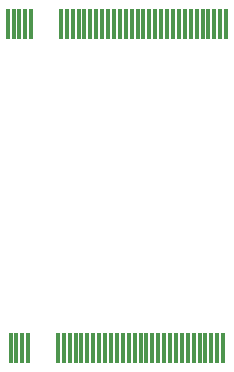
<source format=gbp>
G04*
G04 #@! TF.GenerationSoftware,Altium Limited,Altium Designer,22.2.1 (43)*
G04*
G04 Layer_Color=128*
%FSLAX25Y25*%
%MOIN*%
G70*
G04*
G04 #@! TF.SameCoordinates,5CCBFE73-73B7-4967-902F-BF686D1F8584*
G04*
G04*
G04 #@! TF.FilePolarity,Positive*
G04*
G01*
G75*
%ADD10R,0.01378X0.09843*%
D10*
X6890Y113189D02*
D03*
X8858D02*
D03*
X10827D02*
D03*
X12795D02*
D03*
X14764D02*
D03*
X24606D02*
D03*
X26575D02*
D03*
X28543D02*
D03*
X30512D02*
D03*
X32480D02*
D03*
X34449D02*
D03*
X36417D02*
D03*
X38386D02*
D03*
X40354D02*
D03*
X42323D02*
D03*
X44291D02*
D03*
X46260D02*
D03*
X48228D02*
D03*
X50197D02*
D03*
X52165D02*
D03*
X54134D02*
D03*
X56102D02*
D03*
X58071D02*
D03*
X60039D02*
D03*
X62008D02*
D03*
X63976D02*
D03*
X65945D02*
D03*
X67913D02*
D03*
X69882D02*
D03*
X71850D02*
D03*
X73819D02*
D03*
X75787D02*
D03*
X77756D02*
D03*
X79724D02*
D03*
X7874Y4921D02*
D03*
X9843D02*
D03*
X11811D02*
D03*
X13780D02*
D03*
X23622D02*
D03*
X25591D02*
D03*
X27559D02*
D03*
X29528D02*
D03*
X31496D02*
D03*
X33465D02*
D03*
X35433D02*
D03*
X37402D02*
D03*
X39370D02*
D03*
X41339D02*
D03*
X43307D02*
D03*
X45276D02*
D03*
X47244D02*
D03*
X49213D02*
D03*
X51181D02*
D03*
X53150D02*
D03*
X55118D02*
D03*
X57087D02*
D03*
X59055D02*
D03*
X61024D02*
D03*
X62992D02*
D03*
X64961D02*
D03*
X66929D02*
D03*
X68898D02*
D03*
X70866D02*
D03*
X72835D02*
D03*
X74803D02*
D03*
X76772D02*
D03*
X78740D02*
D03*
M02*

</source>
